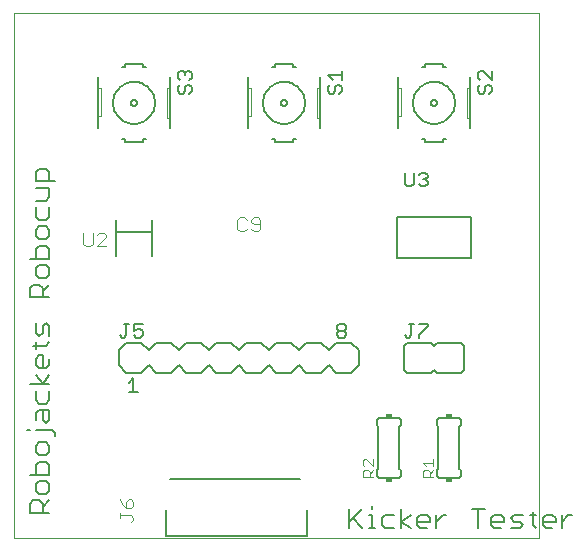
<source format=gto>
G75*
G70*
%OFA0B0*%
%FSLAX24Y24*%
%IPPOS*%
%LPD*%
%AMOC8*
5,1,8,0,0,1.08239X$1,22.5*
%
%ADD10C,0.0000*%
%ADD11C,0.0060*%
%ADD12C,0.0050*%
%ADD13C,0.0020*%
%ADD14C,0.0040*%
%ADD15R,0.0200X0.0150*%
D10*
X000100Y000100D02*
X000100Y017600D01*
X017600Y017600D01*
X017600Y000100D01*
X000100Y000100D01*
D11*
X000629Y000921D02*
X000629Y001241D01*
X000736Y001348D01*
X000950Y001348D01*
X001056Y001241D01*
X001056Y000921D01*
X001056Y001134D02*
X001270Y001348D01*
X001163Y001565D02*
X001270Y001672D01*
X001270Y001885D01*
X001163Y001992D01*
X000950Y001992D01*
X000843Y001885D01*
X000843Y001672D01*
X000950Y001565D01*
X001163Y001565D01*
X001270Y000921D02*
X000629Y000921D01*
X000629Y002210D02*
X001270Y002210D01*
X001270Y002530D01*
X001163Y002637D01*
X000950Y002637D01*
X000843Y002530D01*
X000843Y002210D01*
X000950Y002854D02*
X000843Y002961D01*
X000843Y003175D01*
X000950Y003281D01*
X001163Y003281D01*
X001270Y003175D01*
X001270Y002961D01*
X001163Y002854D01*
X000950Y002854D01*
X001484Y003499D02*
X001484Y003606D01*
X001377Y003712D01*
X000843Y003712D01*
X000629Y003712D02*
X000523Y003712D01*
X000843Y004035D02*
X000843Y004249D01*
X000950Y004356D01*
X001270Y004356D01*
X001270Y004035D01*
X001163Y003929D01*
X001056Y004035D01*
X001056Y004356D01*
X000950Y004573D02*
X001163Y004573D01*
X001270Y004680D01*
X001270Y005000D01*
X001270Y005218D02*
X000629Y005218D01*
X000843Y005000D02*
X000843Y004680D01*
X000950Y004573D01*
X001056Y005218D02*
X000843Y005538D01*
X000950Y005755D02*
X000843Y005862D01*
X000843Y006075D01*
X000950Y006182D01*
X001056Y006182D01*
X001056Y005755D01*
X000950Y005755D02*
X001163Y005755D01*
X001270Y005862D01*
X001270Y006075D01*
X001163Y006506D02*
X001270Y006613D01*
X001163Y006506D02*
X000736Y006506D01*
X000843Y006399D02*
X000843Y006613D01*
X000950Y006829D02*
X000843Y006936D01*
X000843Y007256D01*
X001056Y007149D02*
X001056Y006936D01*
X000950Y006829D01*
X001270Y006829D02*
X001270Y007149D01*
X001163Y007256D01*
X001056Y007149D01*
X001056Y008118D02*
X001056Y008438D01*
X000950Y008545D01*
X000736Y008545D01*
X000629Y008438D01*
X000629Y008118D01*
X001270Y008118D01*
X001056Y008332D02*
X001270Y008545D01*
X001163Y008763D02*
X001270Y008869D01*
X001270Y009083D01*
X001163Y009190D01*
X000950Y009190D01*
X000843Y009083D01*
X000843Y008869D01*
X000950Y008763D01*
X001163Y008763D01*
X001270Y009407D02*
X000629Y009407D01*
X000843Y009407D02*
X000843Y009728D01*
X000950Y009834D01*
X001163Y009834D01*
X001270Y009728D01*
X001270Y009407D01*
X001163Y010052D02*
X000950Y010052D01*
X000843Y010159D01*
X000843Y010372D01*
X000950Y010479D01*
X001163Y010479D01*
X001270Y010372D01*
X001270Y010159D01*
X001163Y010052D01*
X001163Y010696D02*
X000950Y010696D01*
X000843Y010803D01*
X000843Y011123D01*
X000843Y011341D02*
X001163Y011341D01*
X001270Y011448D01*
X001270Y011768D01*
X000843Y011768D01*
X000843Y011985D02*
X000843Y012306D01*
X000950Y012412D01*
X001163Y012412D01*
X001270Y012306D01*
X001270Y011985D01*
X001484Y011985D02*
X000843Y011985D01*
X001270Y011123D02*
X001270Y010803D01*
X001163Y010696D01*
X003800Y013300D02*
X004400Y013300D01*
X004400Y013400D01*
X004500Y013400D01*
X003800Y013400D02*
X003700Y013400D01*
X003800Y013400D02*
X003800Y013300D01*
X002900Y013750D02*
X002900Y014150D01*
X002900Y015100D01*
X002900Y015450D01*
X003700Y015800D02*
X003800Y015800D01*
X003800Y015900D01*
X004400Y015900D01*
X004400Y015800D01*
X004500Y015800D01*
X005300Y015450D02*
X005300Y015100D01*
X005300Y014100D01*
X005300Y013750D01*
X004000Y014600D02*
X004002Y014620D01*
X004008Y014638D01*
X004017Y014656D01*
X004029Y014671D01*
X004044Y014683D01*
X004062Y014692D01*
X004080Y014698D01*
X004100Y014700D01*
X004120Y014698D01*
X004138Y014692D01*
X004156Y014683D01*
X004171Y014671D01*
X004183Y014656D01*
X004192Y014638D01*
X004198Y014620D01*
X004200Y014600D01*
X004198Y014580D01*
X004192Y014562D01*
X004183Y014544D01*
X004171Y014529D01*
X004156Y014517D01*
X004138Y014508D01*
X004120Y014502D01*
X004100Y014500D01*
X004080Y014502D01*
X004062Y014508D01*
X004044Y014517D01*
X004029Y014529D01*
X004017Y014544D01*
X004008Y014562D01*
X004002Y014580D01*
X004000Y014600D01*
X003400Y014600D02*
X003402Y014652D01*
X003408Y014704D01*
X003418Y014756D01*
X003431Y014806D01*
X003448Y014856D01*
X003469Y014904D01*
X003494Y014950D01*
X003522Y014994D01*
X003553Y015036D01*
X003587Y015076D01*
X003624Y015113D01*
X003664Y015147D01*
X003706Y015178D01*
X003750Y015206D01*
X003796Y015231D01*
X003844Y015252D01*
X003894Y015269D01*
X003944Y015282D01*
X003996Y015292D01*
X004048Y015298D01*
X004100Y015300D01*
X004152Y015298D01*
X004204Y015292D01*
X004256Y015282D01*
X004306Y015269D01*
X004356Y015252D01*
X004404Y015231D01*
X004450Y015206D01*
X004494Y015178D01*
X004536Y015147D01*
X004576Y015113D01*
X004613Y015076D01*
X004647Y015036D01*
X004678Y014994D01*
X004706Y014950D01*
X004731Y014904D01*
X004752Y014856D01*
X004769Y014806D01*
X004782Y014756D01*
X004792Y014704D01*
X004798Y014652D01*
X004800Y014600D01*
X004798Y014548D01*
X004792Y014496D01*
X004782Y014444D01*
X004769Y014394D01*
X004752Y014344D01*
X004731Y014296D01*
X004706Y014250D01*
X004678Y014206D01*
X004647Y014164D01*
X004613Y014124D01*
X004576Y014087D01*
X004536Y014053D01*
X004494Y014022D01*
X004450Y013994D01*
X004404Y013969D01*
X004356Y013948D01*
X004306Y013931D01*
X004256Y013918D01*
X004204Y013908D01*
X004152Y013902D01*
X004100Y013900D01*
X004048Y013902D01*
X003996Y013908D01*
X003944Y013918D01*
X003894Y013931D01*
X003844Y013948D01*
X003796Y013969D01*
X003750Y013994D01*
X003706Y014022D01*
X003664Y014053D01*
X003624Y014087D01*
X003587Y014124D01*
X003553Y014164D01*
X003522Y014206D01*
X003494Y014250D01*
X003469Y014296D01*
X003448Y014344D01*
X003431Y014394D01*
X003418Y014444D01*
X003408Y014496D01*
X003402Y014548D01*
X003400Y014600D01*
X007900Y014150D02*
X007900Y013750D01*
X007900Y014150D02*
X007900Y015100D01*
X007900Y015450D01*
X008700Y015800D02*
X008800Y015800D01*
X008800Y015900D01*
X009400Y015900D01*
X009400Y015800D01*
X009500Y015800D01*
X010300Y015450D02*
X010300Y015100D01*
X010300Y014100D01*
X010300Y013750D01*
X009500Y013400D02*
X009400Y013400D01*
X009400Y013300D01*
X008800Y013300D01*
X008800Y013400D01*
X008700Y013400D01*
X009000Y014600D02*
X009002Y014620D01*
X009008Y014638D01*
X009017Y014656D01*
X009029Y014671D01*
X009044Y014683D01*
X009062Y014692D01*
X009080Y014698D01*
X009100Y014700D01*
X009120Y014698D01*
X009138Y014692D01*
X009156Y014683D01*
X009171Y014671D01*
X009183Y014656D01*
X009192Y014638D01*
X009198Y014620D01*
X009200Y014600D01*
X009198Y014580D01*
X009192Y014562D01*
X009183Y014544D01*
X009171Y014529D01*
X009156Y014517D01*
X009138Y014508D01*
X009120Y014502D01*
X009100Y014500D01*
X009080Y014502D01*
X009062Y014508D01*
X009044Y014517D01*
X009029Y014529D01*
X009017Y014544D01*
X009008Y014562D01*
X009002Y014580D01*
X009000Y014600D01*
X008400Y014600D02*
X008402Y014652D01*
X008408Y014704D01*
X008418Y014756D01*
X008431Y014806D01*
X008448Y014856D01*
X008469Y014904D01*
X008494Y014950D01*
X008522Y014994D01*
X008553Y015036D01*
X008587Y015076D01*
X008624Y015113D01*
X008664Y015147D01*
X008706Y015178D01*
X008750Y015206D01*
X008796Y015231D01*
X008844Y015252D01*
X008894Y015269D01*
X008944Y015282D01*
X008996Y015292D01*
X009048Y015298D01*
X009100Y015300D01*
X009152Y015298D01*
X009204Y015292D01*
X009256Y015282D01*
X009306Y015269D01*
X009356Y015252D01*
X009404Y015231D01*
X009450Y015206D01*
X009494Y015178D01*
X009536Y015147D01*
X009576Y015113D01*
X009613Y015076D01*
X009647Y015036D01*
X009678Y014994D01*
X009706Y014950D01*
X009731Y014904D01*
X009752Y014856D01*
X009769Y014806D01*
X009782Y014756D01*
X009792Y014704D01*
X009798Y014652D01*
X009800Y014600D01*
X009798Y014548D01*
X009792Y014496D01*
X009782Y014444D01*
X009769Y014394D01*
X009752Y014344D01*
X009731Y014296D01*
X009706Y014250D01*
X009678Y014206D01*
X009647Y014164D01*
X009613Y014124D01*
X009576Y014087D01*
X009536Y014053D01*
X009494Y014022D01*
X009450Y013994D01*
X009404Y013969D01*
X009356Y013948D01*
X009306Y013931D01*
X009256Y013918D01*
X009204Y013908D01*
X009152Y013902D01*
X009100Y013900D01*
X009048Y013902D01*
X008996Y013908D01*
X008944Y013918D01*
X008894Y013931D01*
X008844Y013948D01*
X008796Y013969D01*
X008750Y013994D01*
X008706Y014022D01*
X008664Y014053D01*
X008624Y014087D01*
X008587Y014124D01*
X008553Y014164D01*
X008522Y014206D01*
X008494Y014250D01*
X008469Y014296D01*
X008448Y014344D01*
X008431Y014394D01*
X008418Y014444D01*
X008408Y014496D01*
X008402Y014548D01*
X008400Y014600D01*
X012900Y014150D02*
X012900Y013750D01*
X012900Y014150D02*
X012900Y015100D01*
X012900Y015450D01*
X013700Y015800D02*
X013800Y015800D01*
X013800Y015900D01*
X014400Y015900D01*
X014400Y015800D01*
X014500Y015800D01*
X015300Y015450D02*
X015300Y015100D01*
X015300Y014100D01*
X015300Y013750D01*
X014500Y013400D02*
X014400Y013400D01*
X014400Y013300D01*
X013800Y013300D01*
X013800Y013400D01*
X013700Y013400D01*
X014000Y014600D02*
X014002Y014620D01*
X014008Y014638D01*
X014017Y014656D01*
X014029Y014671D01*
X014044Y014683D01*
X014062Y014692D01*
X014080Y014698D01*
X014100Y014700D01*
X014120Y014698D01*
X014138Y014692D01*
X014156Y014683D01*
X014171Y014671D01*
X014183Y014656D01*
X014192Y014638D01*
X014198Y014620D01*
X014200Y014600D01*
X014198Y014580D01*
X014192Y014562D01*
X014183Y014544D01*
X014171Y014529D01*
X014156Y014517D01*
X014138Y014508D01*
X014120Y014502D01*
X014100Y014500D01*
X014080Y014502D01*
X014062Y014508D01*
X014044Y014517D01*
X014029Y014529D01*
X014017Y014544D01*
X014008Y014562D01*
X014002Y014580D01*
X014000Y014600D01*
X013400Y014600D02*
X013402Y014652D01*
X013408Y014704D01*
X013418Y014756D01*
X013431Y014806D01*
X013448Y014856D01*
X013469Y014904D01*
X013494Y014950D01*
X013522Y014994D01*
X013553Y015036D01*
X013587Y015076D01*
X013624Y015113D01*
X013664Y015147D01*
X013706Y015178D01*
X013750Y015206D01*
X013796Y015231D01*
X013844Y015252D01*
X013894Y015269D01*
X013944Y015282D01*
X013996Y015292D01*
X014048Y015298D01*
X014100Y015300D01*
X014152Y015298D01*
X014204Y015292D01*
X014256Y015282D01*
X014306Y015269D01*
X014356Y015252D01*
X014404Y015231D01*
X014450Y015206D01*
X014494Y015178D01*
X014536Y015147D01*
X014576Y015113D01*
X014613Y015076D01*
X014647Y015036D01*
X014678Y014994D01*
X014706Y014950D01*
X014731Y014904D01*
X014752Y014856D01*
X014769Y014806D01*
X014782Y014756D01*
X014792Y014704D01*
X014798Y014652D01*
X014800Y014600D01*
X014798Y014548D01*
X014792Y014496D01*
X014782Y014444D01*
X014769Y014394D01*
X014752Y014344D01*
X014731Y014296D01*
X014706Y014250D01*
X014678Y014206D01*
X014647Y014164D01*
X014613Y014124D01*
X014576Y014087D01*
X014536Y014053D01*
X014494Y014022D01*
X014450Y013994D01*
X014404Y013969D01*
X014356Y013948D01*
X014306Y013931D01*
X014256Y013918D01*
X014204Y013908D01*
X014152Y013902D01*
X014100Y013900D01*
X014048Y013902D01*
X013996Y013908D01*
X013944Y013918D01*
X013894Y013931D01*
X013844Y013948D01*
X013796Y013969D01*
X013750Y013994D01*
X013706Y014022D01*
X013664Y014053D01*
X013624Y014087D01*
X013587Y014124D01*
X013553Y014164D01*
X013522Y014206D01*
X013494Y014250D01*
X013469Y014296D01*
X013448Y014344D01*
X013431Y014394D01*
X013418Y014444D01*
X013408Y014496D01*
X013402Y014548D01*
X013400Y014600D01*
X012870Y010781D02*
X015330Y010781D01*
X015330Y009419D01*
X012870Y009419D01*
X012870Y010781D01*
X013200Y006600D02*
X013100Y006500D01*
X013100Y005700D01*
X013200Y005600D01*
X014000Y005600D01*
X014100Y005700D01*
X014200Y005600D01*
X015000Y005600D01*
X015100Y005700D01*
X015100Y006500D01*
X015000Y006600D01*
X014200Y006600D01*
X014100Y006500D01*
X014000Y006600D01*
X013200Y006600D01*
X011600Y006350D02*
X011600Y005850D01*
X011350Y005600D01*
X010850Y005600D01*
X010600Y005850D01*
X010350Y005600D01*
X009850Y005600D01*
X009600Y005850D01*
X009350Y005600D01*
X008850Y005600D01*
X008600Y005850D01*
X008350Y005600D01*
X007850Y005600D01*
X007600Y005850D01*
X007350Y005600D01*
X006850Y005600D01*
X006600Y005850D01*
X006350Y005600D01*
X005850Y005600D01*
X005600Y005850D01*
X005350Y005600D01*
X004850Y005600D01*
X004600Y005850D01*
X004350Y005600D01*
X003850Y005600D01*
X003600Y005850D01*
X003600Y006350D01*
X003850Y006600D01*
X004350Y006600D01*
X004600Y006350D01*
X004850Y006600D01*
X005350Y006600D01*
X005600Y006350D01*
X005850Y006600D01*
X006350Y006600D01*
X006600Y006350D01*
X006850Y006600D01*
X007350Y006600D01*
X007600Y006350D01*
X007850Y006600D01*
X008350Y006600D01*
X008600Y006350D01*
X008850Y006600D01*
X009350Y006600D01*
X009600Y006350D01*
X009850Y006600D01*
X010350Y006600D01*
X010600Y006350D01*
X010850Y006600D01*
X011350Y006600D01*
X011600Y006350D01*
X012300Y004100D02*
X012900Y004100D01*
X012917Y004098D01*
X012934Y004094D01*
X012950Y004087D01*
X012964Y004077D01*
X012977Y004064D01*
X012987Y004050D01*
X012994Y004034D01*
X012998Y004017D01*
X013000Y004000D01*
X013000Y003850D01*
X012950Y003800D01*
X012950Y002400D01*
X013000Y002350D01*
X013000Y002200D01*
X012998Y002183D01*
X012994Y002166D01*
X012987Y002150D01*
X012977Y002136D01*
X012964Y002123D01*
X012950Y002113D01*
X012934Y002106D01*
X012917Y002102D01*
X012900Y002100D01*
X012300Y002100D01*
X012283Y002102D01*
X012266Y002106D01*
X012250Y002113D01*
X012236Y002123D01*
X012223Y002136D01*
X012213Y002150D01*
X012206Y002166D01*
X012202Y002183D01*
X012200Y002200D01*
X012200Y002350D01*
X012250Y002400D01*
X012250Y003800D01*
X012200Y003850D01*
X012200Y004000D01*
X012202Y004017D01*
X012206Y004034D01*
X012213Y004050D01*
X012223Y004064D01*
X012236Y004077D01*
X012250Y004087D01*
X012266Y004094D01*
X012283Y004098D01*
X012300Y004100D01*
X014200Y004000D02*
X014200Y003850D01*
X014250Y003800D01*
X014250Y002400D01*
X014200Y002350D01*
X014200Y002200D01*
X014202Y002183D01*
X014206Y002166D01*
X014213Y002150D01*
X014223Y002136D01*
X014236Y002123D01*
X014250Y002113D01*
X014266Y002106D01*
X014283Y002102D01*
X014300Y002100D01*
X014900Y002100D01*
X014917Y002102D01*
X014934Y002106D01*
X014950Y002113D01*
X014964Y002123D01*
X014977Y002136D01*
X014987Y002150D01*
X014994Y002166D01*
X014998Y002183D01*
X015000Y002200D01*
X015000Y002350D01*
X014950Y002400D01*
X014950Y003800D01*
X015000Y003850D01*
X015000Y004000D01*
X014998Y004017D01*
X014994Y004034D01*
X014987Y004050D01*
X014977Y004064D01*
X014964Y004077D01*
X014950Y004087D01*
X014934Y004094D01*
X014917Y004098D01*
X014900Y004100D01*
X014300Y004100D01*
X014283Y004098D01*
X014266Y004094D01*
X014250Y004087D01*
X014236Y004077D01*
X014223Y004064D01*
X014213Y004050D01*
X014206Y004034D01*
X014202Y004017D01*
X014200Y004000D01*
X015362Y001071D02*
X015789Y001071D01*
X015576Y001071D02*
X015576Y000430D01*
X016007Y000537D02*
X016007Y000750D01*
X016113Y000857D01*
X016327Y000857D01*
X016434Y000750D01*
X016434Y000644D01*
X016007Y000644D01*
X016007Y000537D02*
X016113Y000430D01*
X016327Y000430D01*
X016651Y000430D02*
X016972Y000430D01*
X017078Y000537D01*
X016972Y000644D01*
X016758Y000644D01*
X016651Y000750D01*
X016758Y000857D01*
X017078Y000857D01*
X017296Y000857D02*
X017509Y000857D01*
X017403Y000964D02*
X017403Y000537D01*
X017509Y000430D01*
X017725Y000537D02*
X017725Y000750D01*
X017832Y000857D01*
X018046Y000857D01*
X018153Y000750D01*
X018153Y000644D01*
X017725Y000644D01*
X017725Y000537D02*
X017832Y000430D01*
X018046Y000430D01*
X018370Y000430D02*
X018370Y000857D01*
X018370Y000644D02*
X018584Y000857D01*
X018690Y000857D01*
X014501Y000857D02*
X014394Y000857D01*
X014180Y000644D01*
X014180Y000857D02*
X014180Y000430D01*
X013963Y000644D02*
X013963Y000750D01*
X013856Y000857D01*
X013643Y000857D01*
X013536Y000750D01*
X013536Y000537D01*
X013643Y000430D01*
X013856Y000430D01*
X013963Y000644D02*
X013536Y000644D01*
X013319Y000857D02*
X012999Y000644D01*
X013319Y000430D01*
X012999Y000430D02*
X012999Y001071D01*
X012781Y000857D02*
X012461Y000857D01*
X012354Y000750D01*
X012354Y000537D01*
X012461Y000430D01*
X012781Y000430D01*
X012138Y000430D02*
X011925Y000430D01*
X012031Y000430D02*
X012031Y000857D01*
X011925Y000857D01*
X012031Y001071D02*
X012031Y001177D01*
X011707Y001071D02*
X011280Y000644D01*
X011387Y000750D02*
X011707Y000430D01*
X011280Y000430D02*
X011280Y001071D01*
X001270Y005538D02*
X001056Y005218D01*
D12*
X003625Y006850D02*
X003700Y006775D01*
X003775Y006775D01*
X003850Y006850D01*
X003850Y007225D01*
X003775Y007225D02*
X003925Y007225D01*
X004085Y007225D02*
X004085Y007000D01*
X004236Y007075D01*
X004311Y007075D01*
X004386Y007000D01*
X004386Y006850D01*
X004311Y006775D01*
X004160Y006775D01*
X004085Y006850D01*
X004085Y007225D02*
X004386Y007225D01*
X004075Y005425D02*
X004075Y004975D01*
X003925Y004975D02*
X004225Y004975D01*
X003925Y005275D02*
X004075Y005425D01*
X005313Y002049D02*
X009643Y002049D01*
X009880Y001025D02*
X009880Y000159D01*
X005155Y000159D01*
X005155Y001025D01*
X010950Y006775D02*
X010875Y006850D01*
X010875Y006925D01*
X010950Y007000D01*
X011100Y007000D01*
X011175Y006925D01*
X011175Y006850D01*
X011100Y006775D01*
X010950Y006775D01*
X010950Y007000D02*
X010875Y007075D01*
X010875Y007150D01*
X010950Y007225D01*
X011100Y007225D01*
X011175Y007150D01*
X011175Y007075D01*
X011100Y007000D01*
X013125Y006850D02*
X013200Y006775D01*
X013275Y006775D01*
X013350Y006850D01*
X013350Y007225D01*
X013275Y007225D02*
X013425Y007225D01*
X013585Y007225D02*
X013886Y007225D01*
X013886Y007150D01*
X013585Y006850D01*
X013585Y006775D01*
X013660Y011825D02*
X013585Y011900D01*
X013660Y011825D02*
X013811Y011825D01*
X013886Y011900D01*
X013886Y011975D01*
X013811Y012050D01*
X013736Y012050D01*
X013811Y012050D02*
X013886Y012125D01*
X013886Y012200D01*
X013811Y012275D01*
X013660Y012275D01*
X013585Y012200D01*
X013425Y012275D02*
X013425Y011900D01*
X013350Y011825D01*
X013200Y011825D01*
X013125Y011900D01*
X013125Y012275D01*
X010950Y014904D02*
X011025Y014979D01*
X011025Y015129D01*
X010950Y015204D01*
X010875Y015204D01*
X010800Y015129D01*
X010800Y014979D01*
X010725Y014904D01*
X010650Y014904D01*
X010575Y014979D01*
X010575Y015129D01*
X010650Y015204D01*
X010725Y015365D02*
X010575Y015515D01*
X011025Y015515D01*
X011025Y015365D02*
X011025Y015665D01*
X015575Y015590D02*
X015575Y015440D01*
X015650Y015365D01*
X015650Y015204D02*
X015575Y015129D01*
X015575Y014979D01*
X015650Y014904D01*
X015725Y014904D01*
X015800Y014979D01*
X015800Y015129D01*
X015875Y015204D01*
X015950Y015204D01*
X016025Y015129D01*
X016025Y014979D01*
X015950Y014904D01*
X016025Y015365D02*
X015725Y015665D01*
X015650Y015665D01*
X015575Y015590D01*
X016025Y015665D02*
X016025Y015365D01*
X006025Y015440D02*
X005950Y015365D01*
X006025Y015440D02*
X006025Y015590D01*
X005950Y015665D01*
X005875Y015665D01*
X005800Y015590D01*
X005800Y015515D01*
X005800Y015590D02*
X005725Y015665D01*
X005650Y015665D01*
X005575Y015590D01*
X005575Y015440D01*
X005650Y015365D01*
X005650Y015204D02*
X005575Y015129D01*
X005575Y014979D01*
X005650Y014904D01*
X005725Y014904D01*
X005800Y014979D01*
X005800Y015129D01*
X005875Y015204D01*
X005950Y015204D01*
X006025Y015129D01*
X006025Y014979D01*
X005950Y014904D01*
X004691Y010691D02*
X004691Y010297D01*
X003509Y010297D01*
X003509Y010691D01*
X003509Y010297D02*
X003509Y009509D01*
X004691Y009509D02*
X004691Y010297D01*
D13*
X005200Y014100D02*
X005300Y014100D01*
X005200Y014100D02*
X005200Y015100D01*
X005300Y015100D01*
X003000Y015100D02*
X003000Y014150D01*
X002900Y014150D01*
X002900Y015100D02*
X003000Y015100D01*
X007900Y015100D02*
X008000Y015100D01*
X008000Y014150D01*
X007900Y014150D01*
X010200Y014100D02*
X010300Y014100D01*
X010200Y014100D02*
X010200Y015100D01*
X010300Y015100D01*
X012900Y015100D02*
X013000Y015100D01*
X013000Y014150D01*
X012900Y014150D01*
X015200Y014100D02*
X015300Y014100D01*
X015200Y014100D02*
X015200Y015100D01*
X015300Y015100D01*
D14*
X008317Y010704D02*
X008317Y010397D01*
X008240Y010320D01*
X008086Y010320D01*
X008010Y010397D01*
X007856Y010397D02*
X007779Y010320D01*
X007626Y010320D01*
X007549Y010397D01*
X007549Y010704D01*
X007626Y010780D01*
X007779Y010780D01*
X007856Y010704D01*
X008010Y010704D02*
X008010Y010627D01*
X008086Y010550D01*
X008317Y010550D01*
X008317Y010704D02*
X008240Y010780D01*
X008086Y010780D01*
X008010Y010704D01*
X003179Y010201D02*
X003102Y010277D01*
X002949Y010277D01*
X002872Y010201D01*
X002719Y010277D02*
X002719Y009894D01*
X002642Y009817D01*
X002489Y009817D01*
X002412Y009894D01*
X002412Y010277D01*
X002872Y009817D02*
X003179Y010124D01*
X003179Y010201D01*
X003179Y009817D02*
X002872Y009817D01*
X003620Y001387D02*
X003696Y001234D01*
X003850Y001080D01*
X003850Y001311D01*
X003927Y001387D01*
X004003Y001387D01*
X004080Y001311D01*
X004080Y001157D01*
X004003Y001080D01*
X003850Y001080D01*
X003620Y000927D02*
X003620Y000773D01*
X003620Y000850D02*
X004003Y000850D01*
X004080Y000773D01*
X004080Y000697D01*
X004003Y000620D01*
X011720Y002120D02*
X011720Y002295D01*
X011778Y002354D01*
X011895Y002354D01*
X011953Y002295D01*
X011953Y002120D01*
X011953Y002237D02*
X012070Y002354D01*
X012070Y002479D02*
X011836Y002713D01*
X011778Y002713D01*
X011720Y002654D01*
X011720Y002537D01*
X011778Y002479D01*
X012070Y002479D02*
X012070Y002713D01*
X012070Y002120D02*
X011720Y002120D01*
X013720Y002120D02*
X013720Y002295D01*
X013778Y002354D01*
X013895Y002354D01*
X013953Y002295D01*
X013953Y002120D01*
X013953Y002237D02*
X014070Y002354D01*
X014070Y002479D02*
X014070Y002713D01*
X014070Y002596D02*
X013720Y002596D01*
X013836Y002479D01*
X013720Y002120D02*
X014070Y002120D01*
D15*
X014600Y002025D03*
X012600Y002025D03*
X012600Y004175D03*
X014600Y004175D03*
M02*

</source>
